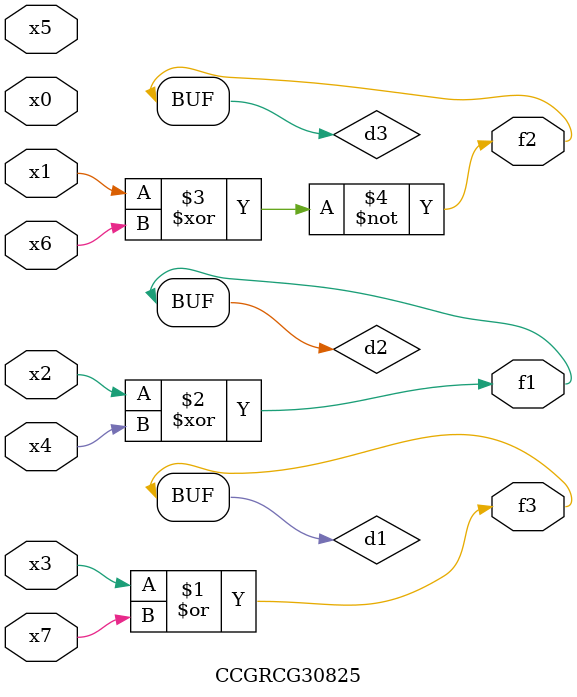
<source format=v>
module CCGRCG30825(
	input x0, x1, x2, x3, x4, x5, x6, x7,
	output f1, f2, f3
);

	wire d1, d2, d3;

	or (d1, x3, x7);
	xor (d2, x2, x4);
	xnor (d3, x1, x6);
	assign f1 = d2;
	assign f2 = d3;
	assign f3 = d1;
endmodule

</source>
